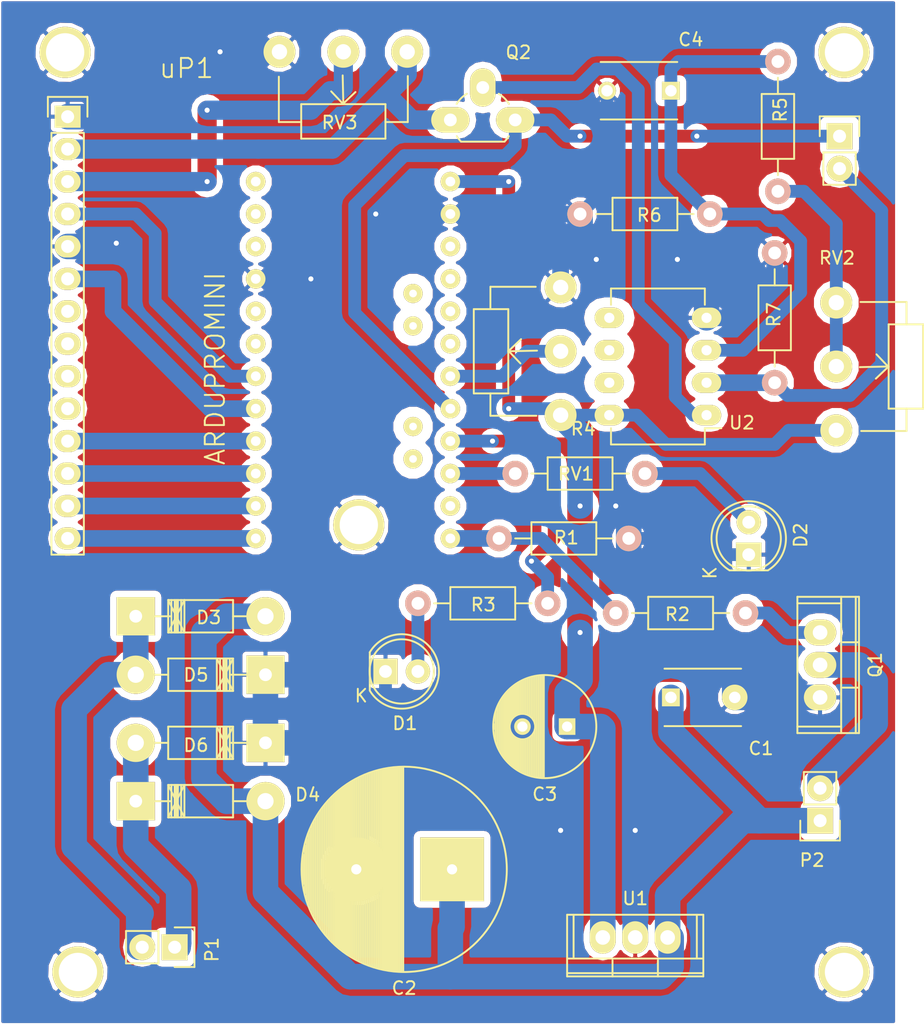
<source format=kicad_pcb>
(kicad_pcb (version 4) (host pcbnew 4.0.2+dfsg1-stable)
  (layers (0 F.Cu signal) (31 B.Cu signal) (34 B.Paste user) (35 F.Paste user) (36 B.SilkS user) (37 F.SilkS user) (38 B.Mask user) (39 F.Mask user) (44 Edge.Cuts user))
  (net 0 "")
  (net 1 /24V)
  (net 2 GND)
  (net 3 VCC)
  (net 4 "Net-(C4-Pad1)")
  (net 5 "Net-(D1-Pad2)")
  (net 6 "Net-(D2-Pad2)")
  (net 7 "Net-(D3-Pad1)")
  (net 8 "Net-(D4-Pad1)")
  (net 9 "Net-(P2-Pad2)")
  (net 10 /AD0)
  (net 11 "Net-(P3-Pad2)")
  (net 12 /VO)
  (net 13 /RS)
  (net 14 /E)
  (net 15 "Net-(P4-Pad7)")
  (net 16 "Net-(P4-Pad8)")
  (net 17 "Net-(P4-Pad9)")
  (net 18 "Net-(P4-Pad10)")
  (net 19 /D4)
  (net 20 /D5)
  (net 21 /D6)
  (net 22 /D7)
  (net 23 "Net-(Q1-Pad1)")
  (net 24 "Net-(Q2-Pad2)")
  (net 25 /PWM)
  (net 26 /LED_1)
  (net 27 /LED_2)
  (net 28 "Net-(R5-Pad1)")
  (net 29 /AD1)
  (net 30 "Net-(uP1-Pad7)")
  (net 31 "Net-(uP1-Pad8)")
  (net 32 "Net-(uP1-Pad9)")
  (net 33 "Net-(uP1-Pad11)")
  (net 34 "Net-(uP1-Pad12)")
  (net 35 "Net-(uP1-Pad21)")
  (net 36 "Net-(uP1-Pad22)")
  (net 37 "Net-(uP1-Pad23)")
  (net 38 "Net-(uP1-Pad24)")
  (net 39 "Net-(uP1-Pad29)")
  (module Wire_Pads:SolderWirePad_single_2mmDrill (layer F.Cu) (at 83 66)
    (fp_text reference " " (at 1 -3) (layer F.SilkS))
    (fp_text value "#")
    (pad " " thru_hole circle (at 0 0) (size 4 4) (drill 3) (layers *.Cu *.Adhes *.Mask F.SilkS) (net 2 GND))
  )
  (module Wire_Pads:SolderWirePad_single_2mmDrill (layer F.Cu) (at 61 101)
    (fp_text reference " " (at 1 -3) (layer F.SilkS))
    (fp_text value "#")
    (pad " " thru_hole circle (at 0 0) (size 4 4) (drill 3) (layers *.Cu *.Adhes *.Mask F.SilkS) (net 2 GND))
  )
  (module Wire_Pads:SolderWirePad_single_2mmDrill (layer F.Cu) (at 121 101)
    (fp_text reference " " (at 1 -3) (layer F.SilkS))
    (fp_text value "#")
    (pad " " thru_hole circle (at 0 0) (size 4 4) (drill 3) (layers *.Cu *.Adhes *.Mask F.SilkS) (net 2 GND))
  )
  (module Wire_Pads:SolderWirePad_single_2mmDrill (layer F.Cu) (at 121 29)
    (fp_text reference " " (at 1 -3) (layer F.SilkS))
    (fp_text value "#")
    (pad " " thru_hole circle (at 0 0) (size 4 4) (drill 3) (layers *.Cu *.Adhes *.Mask F.SilkS) (net 2 GND))
  )
  (module Potentiometers:Potentiometer_WirePads_largePads (layer F.Cu) (at 86.78926 28.956 270)
    (fp_text reference RV3 (at 5.544 5.28926 360) (layer F.SilkS))
    (fp_text value POT)
    (pad 2 thru_hole circle (at 0 5.00126 270) (size 2.49936 2.49936) (drill 1.19888) (layers *.Cu *.Mask F.SilkS) (net 12 /VO))
    (pad 3 thru_hole circle (at 0 10.00252 270) (size 2.49936 2.49936) (drill 1.19888) (layers *.Cu *.Mask F.SilkS) (net 2 GND))
    (pad 1 thru_hole circle (at 0 0 270) (size 2.49936 2.49936) (drill 1.19888) (layers *.Cu *.Mask F.SilkS) (net 3 VCC))
  )
  (module Potentiometers:Potentiometer_WirePads_largePads (layer F.Cu) (at 98.806 57.404 180)
    (fp_text reference RV1 (at -1.194 -4.596 180) (layer F.SilkS))
    (fp_text value POT)
    (pad 2 thru_hole circle (at 0 5.00126 180) (size 2.49936 2.49936) (drill 1.19888) (layers *.Cu *.Mask F.SilkS) (net 29 /AD1))
    (pad 3 thru_hole circle (at 0 10.00252 180) (size 2.49936 2.49936) (drill 1.19888) (layers *.Cu *.Mask F.SilkS) (net 2 GND))
    (pad 1 thru_hole circle (at 0 0 180) (size 2.49936 2.49936) (drill 1.19888) (layers *.Cu *.Mask F.SilkS) (net 3 VCC))
  )
  (module Capacitors_ThroughHole:C_Disc_D6_P5 (layer F.Cu) (at 107.442 79.502)
    (fp_text reference C1 (at 7.058 3.998) (layer F.SilkS))
    (fp_text value C)
    (pad 1 thru_hole rect (at 0 0) (size 1.4 1.4) (drill 0.9) (layers *.Cu *.Mask F.SilkS) (net 1 /24V))
    (pad 2 thru_hole circle (at 5 0) (size 2 2) (drill 0.9) (layers *.Cu *.Mask F.SilkS) (net 2 GND))
  )
  (module Capacitors_ThroughHole:C_Radial_D16_L25_P7.5 (layer F.Cu) (at 90.304 92.964 180)
    (fp_text reference C2 (at 3.75 -9.3 180) (layer F.SilkS))
    (fp_text value CP)
    (pad 1 thru_hole rect (at 0 0 180) (size 5 5) (drill 0.8) (layers *.Cu *.Mask F.SilkS) (net 1 /24V))
    (pad 2 thru_hole circle (at 7.5 0 180) (size 5 5) (drill 0.8) (layers *.Cu *.Mask F.SilkS) (net 2 GND))
  )
  (module Capacitors_ThroughHole:C_Radial_D8_L11.5_P3.5 (layer F.Cu) (at 99.314 81.788 180)
    (fp_text reference C3 (at 1.75 -5.3 180) (layer F.SilkS))
    (fp_text value CP)
    (pad 2 thru_hole circle (at 3.5 0 180) (size 1.3 1.3) (drill 0.8) (layers *.Cu *.Mask F.SilkS) (net 2 GND))
    (pad 1 thru_hole rect (at 0 0 180) (size 1.3 1.3) (drill 0.8) (layers *.Cu *.Mask F.SilkS) (net 3 VCC))
  )
  (module Capacitors_ThroughHole:C_Disc_D6_P5 (layer F.Cu) (at 107.442 32.004 180)
    (fp_text reference C4 (at -1.558 4.004 180) (layer F.SilkS))
    (fp_text value C)
    (pad 1 thru_hole rect (at 0 0 180) (size 1.4 1.4) (drill 0.9) (layers *.Cu *.Mask F.SilkS) (net 4 "Net-(C4-Pad1)"))
    (pad 2 thru_hole circle (at 5 0 180) (size 1.4 1.4) (drill 0.9) (layers *.Cu *.Mask F.SilkS) (net 2 GND))
  )
  (module LEDs:LED-5MM (layer F.Cu) (at 85.09 77.47)
    (fp_text reference D1 (at 1.524 4.064) (layer F.SilkS))
    (fp_text value LED)
    (fp_text user K (at -1.905 1.905) (layer F.SilkS))
    (pad 1 thru_hole rect (at 0 0 90) (size 2 1.9) (drill 1.00076) (layers *.Cu *.Mask F.SilkS) (net 2 GND))
    (pad 2 thru_hole circle (at 2.54 0) (size 1.9 1.9) (drill 1.00076) (layers *.Cu *.Mask F.SilkS) (net 5 "Net-(D1-Pad2)"))
  )
  (module LEDs:LED-5MM (layer F.Cu) (at 113.538 68.326 90)
    (fp_text reference D2 (at 1.524 4.064 90) (layer F.SilkS))
    (fp_text value LED)
    (fp_text user K (at -1.424 -3.038 90) (layer F.SilkS))
    (pad 1 thru_hole rect (at 0 0 180) (size 2 1.9) (drill 1.00076) (layers *.Cu *.Mask F.SilkS) (net 2 GND))
    (pad 2 thru_hole circle (at 2.54 0 90) (size 1.9 1.9) (drill 1.00076) (layers *.Cu *.Mask F.SilkS) (net 6 "Net-(D2-Pad2)"))
  )
  (module Diodes_ThroughHole:Diode_DO-41_SOD81_Horizontal_RM10 (layer F.Cu) (at 65.532 73.152)
    (fp_text reference D3 (at 5.718 0.098) (layer F.SilkS))
    (fp_text value DIODE)
    (pad 2 thru_hole circle (at 10.16 -0.00254 180) (size 3 3) (drill 1.27) (layers *.Cu *.Mask F.SilkS) (net 1 /24V))
    (pad 1 thru_hole rect (at 0 -0.00254 180) (size 3 3) (drill 1.00076) (layers *.Cu *.Mask F.SilkS) (net 7 "Net-(D3-Pad1)"))
  )
  (module Diodes_ThroughHole:Diode_DO-41_SOD81_Horizontal_RM10 (layer F.Cu) (at 65.532 87.63)
    (fp_text reference D4 (at 13.462 -0.508) (layer F.SilkS))
    (fp_text value DIODE)
    (pad 2 thru_hole circle (at 10.16 -0.00254 180) (size 3 3) (drill 1.27) (layers *.Cu *.Mask F.SilkS) (net 1 /24V))
    (pad 1 thru_hole rect (at 0 -0.00254 180) (size 3 3) (drill 1.00076) (layers *.Cu *.Mask F.SilkS) (net 8 "Net-(D4-Pad1)"))
  )
  (module Diodes_ThroughHole:Diode_DO-41_SOD81_Horizontal_RM10 (layer F.Cu) (at 75.692 77.724 180)
    (fp_text reference D5 (at 5.442 -0.026 180) (layer F.SilkS))
    (fp_text value DIODE)
    (pad 2 thru_hole circle (at 10.16 -0.00254) (size 3 3) (drill 1.27) (layers *.Cu *.Mask F.SilkS) (net 7 "Net-(D3-Pad1)"))
    (pad 1 thru_hole rect (at 0 -0.00254) (size 3 3) (drill 1.00076) (layers *.Cu *.Mask F.SilkS) (net 2 GND))
  )
  (module Diodes_ThroughHole:Diode_DO-41_SOD81_Horizontal_RM10 (layer F.Cu) (at 75.692 83.058 180)
    (fp_text reference D6 (at 5.442 -0.192 180) (layer F.SilkS))
    (fp_text value DIODE)
    (pad 2 thru_hole circle (at 10.16 -0.00254) (size 3 3) (drill 1.27) (layers *.Cu *.Mask F.SilkS) (net 8 "Net-(D4-Pad1)"))
    (pad 1 thru_hole rect (at 0 -0.00254) (size 3 3) (drill 1.00076) (layers *.Cu *.Mask F.SilkS) (net 2 GND))
  )
  (module Pin_Headers:Pin_Header_Straight_1x02 (layer F.Cu) (at 68.58 99.06 270)
    (fp_text reference P1 (at 0.19 -2.92 270) (layer F.SilkS))
    (fp_text value AC_IN)
    (pad 1 thru_hole rect (at 0 0 270) (size 2.032 2.032) (drill 1.016) (layers *.Cu *.Mask F.SilkS) (net 8 "Net-(D4-Pad1)"))
    (pad 2 thru_hole oval (at 0 2.54 270) (size 2.032 2.032) (drill 1.016) (layers *.Cu *.Mask F.SilkS) (net 7 "Net-(D3-Pad1)"))
  )
  (module Pin_Headers:Pin_Header_Straight_1x02 (layer F.Cu) (at 119.126 89.154 180)
    (fp_text reference P2 (at 0.626 -3.096 180) (layer F.SilkS))
    (fp_text value HEATER_OUT)
    (pad 1 thru_hole rect (at 0 0 180) (size 2.032 2.032) (drill 1.016) (layers *.Cu *.Mask F.SilkS) (net 1 /24V))
    (pad 2 thru_hole oval (at 0 2.54 180) (size 2.032 2.032) (drill 1.016) (layers *.Cu *.Mask F.SilkS) (net 9 "Net-(P2-Pad2)"))
  )
  (module Pin_Headers:Pin_Header_Straight_1x02 (layer F.Cu) (at 120.65 35.56)
    (fp_text reference P3 (at 0 -5.1) (layer F.SilkS))
    (fp_text value TEMP_SENSOR)
    (pad 1 thru_hole rect (at 0 0) (size 2.032 2.032) (drill 1.016) (layers *.Cu *.Mask F.SilkS) (net 10 /AD0))
    (pad 2 thru_hole oval (at 0 2.54) (size 2.032 2.032) (drill 1.016) (layers *.Cu *.Mask F.SilkS) (net 11 "Net-(P3-Pad2)"))
  )
  (module Pin_Headers:Pin_Header_Straight_1x14 (layer F.Cu) (at 60.198 34.036)
    (fp_text reference P4 (at 0 -5.1) (layer F.SilkS))
    (fp_text value CONN_01X14)
    (pad 1 thru_hole rect (at 0 0) (size 2.032 1.7272) (drill 1.016) (layers *.Cu *.Mask F.SilkS) (net 2 GND))
    (pad 2 thru_hole oval (at 0 2.54) (size 2.032 1.7272) (drill 1.016) (layers *.Cu *.Mask F.SilkS) (net 3 VCC))
    (pad 3 thru_hole oval (at 0 5.08) (size 2.032 1.7272) (drill 1.016) (layers *.Cu *.Mask F.SilkS) (net 12 /VO))
    (pad 4 thru_hole oval (at 0 7.62) (size 2.032 1.7272) (drill 1.016) (layers *.Cu *.Mask F.SilkS) (net 13 /RS))
    (pad 5 thru_hole oval (at 0 10.16) (size 2.032 1.7272) (drill 1.016) (layers *.Cu *.Mask F.SilkS) (net 2 GND))
    (pad 6 thru_hole oval (at 0 12.7) (size 2.032 1.7272) (drill 1.016) (layers *.Cu *.Mask F.SilkS) (net 14 /E))
    (pad 7 thru_hole oval (at 0 15.24) (size 2.032 1.7272) (drill 1.016) (layers *.Cu *.Mask F.SilkS) (net 15 "Net-(P4-Pad7)"))
    (pad 8 thru_hole oval (at 0 17.78) (size 2.032 1.7272) (drill 1.016) (layers *.Cu *.Mask F.SilkS) (net 16 "Net-(P4-Pad8)"))
    (pad 9 thru_hole oval (at 0 20.32) (size 2.032 1.7272) (drill 1.016) (layers *.Cu *.Mask F.SilkS) (net 17 "Net-(P4-Pad9)"))
    (pad 10 thru_hole oval (at 0 22.86) (size 2.032 1.7272) (drill 1.016) (layers *.Cu *.Mask F.SilkS) (net 18 "Net-(P4-Pad10)"))
    (pad 11 thru_hole oval (at 0 25.4) (size 2.032 1.7272) (drill 1.016) (layers *.Cu *.Mask F.SilkS) (net 19 /D4))
    (pad 12 thru_hole oval (at 0 27.94) (size 2.032 1.7272) (drill 1.016) (layers *.Cu *.Mask F.SilkS) (net 20 /D5))
    (pad 13 thru_hole oval (at 0 30.48) (size 2.032 1.7272) (drill 1.016) (layers *.Cu *.Mask F.SilkS) (net 21 /D6))
    (pad 14 thru_hole oval (at 0 33.02) (size 2.032 1.7272) (drill 1.016) (layers *.Cu *.Mask F.SilkS) (net 22 /D7))
  )
  (module Power_Integrations:TO-220 (layer F.Cu) (at 119.126 76.962 270)
    (fp_text reference Q1 (at 0 -4.318 270) (layer F.SilkS))
    (fp_text value IRF540N)
    (pad 2 thru_hole oval (at 0 0 270) (size 2.032 2.54) (drill 1.143) (layers *.Cu *.Mask F.SilkS) (net 9 "Net-(P2-Pad2)"))
    (pad 3 thru_hole oval (at 2.54 0 270) (size 2.032 2.54) (drill 1.143) (layers *.Cu *.Mask F.SilkS) (net 2 GND))
    (pad 1 thru_hole oval (at -2.54 0 270) (size 2.032 2.54) (drill 1.143) (layers *.Cu *.Mask F.SilkS) (net 23 "Net-(Q1-Pad1)"))
  )
  (module TO_SOT_Packages_THT:TO-92_Rugged (layer F.Cu) (at 90.17 34.29)
    (fp_text reference Q2 (at 5.33 -5.29) (layer F.SilkS))
    (fp_text value BC547)
    (pad 2 thru_hole oval (at 2.54 -2.54 90) (size 2.99974 1.99898) (drill 1) (layers *.Cu *.Mask F.SilkS) (net 24 "Net-(Q2-Pad2)"))
    (pad 1 thru_hole oval (at 0 0 90) (size 1.99898 2.99974) (drill 1) (layers *.Cu *.Mask F.SilkS) (net 3 VCC))
    (pad 3 thru_hole oval (at 5.08 0 90) (size 1.99898 2.99974) (drill 1) (layers *.Cu *.Mask F.SilkS) (net 10 /AD0))
  )
  (module Resistors_ThroughHole:Resistor_Horizontal_RM10mm (layer F.Cu) (at 93.98 67.056)
    (fp_text reference R1 (at 5.27 -0.056) (layer F.SilkS))
    (fp_text value R)
    (pad 1 thru_hole circle (at 0 0) (size 1.99898 1.99898) (drill 1.00076) (layers *.Cu *.SilkS *.Mask) (net 25 /PWM))
    (pad 2 thru_hole circle (at 10.16 0) (size 1.99898 1.99898) (drill 1.00076) (layers *.Cu *.SilkS *.Mask) (net 2 GND))
  )
  (module Resistors_ThroughHole:Resistor_Horizontal_RM10mm (layer F.Cu) (at 113.284 72.898 180)
    (fp_text reference R2 (at 5.32892 -0.102 180) (layer F.SilkS))
    (fp_text value R)
    (pad 1 thru_hole circle (at 0 0 180) (size 1.99898 1.99898) (drill 1.00076) (layers *.Cu *.SilkS *.Mask) (net 23 "Net-(Q1-Pad1)"))
    (pad 2 thru_hole circle (at 10.16 0 180) (size 1.99898 1.99898) (drill 1.00076) (layers *.Cu *.SilkS *.Mask) (net 25 /PWM))
  )
  (module Resistors_ThroughHole:Resistor_Horizontal_RM10mm (layer F.Cu) (at 97.79 72.136 180)
    (fp_text reference R3 (at 5.04 -0.114 180) (layer F.SilkS))
    (fp_text value R)
    (pad 1 thru_hole circle (at 0 0 180) (size 1.99898 1.99898) (drill 1.00076) (layers *.Cu *.SilkS *.Mask) (net 26 /LED_1))
    (pad 2 thru_hole circle (at 10.16 0 180) (size 1.99898 1.99898) (drill 1.00076) (layers *.Cu *.SilkS *.Mask) (net 5 "Net-(D1-Pad2)"))
  )
  (module Resistors_ThroughHole:Resistor_Horizontal_RM10mm (layer F.Cu) (at 95.25 61.976)
    (fp_text reference R4 (at 5.32892 -3.50012) (layer F.SilkS))
    (fp_text value R)
    (pad 1 thru_hole circle (at 0 0) (size 1.99898 1.99898) (drill 1.00076) (layers *.Cu *.SilkS *.Mask) (net 27 /LED_2))
    (pad 2 thru_hole circle (at 10.16 0) (size 1.99898 1.99898) (drill 1.00076) (layers *.Cu *.SilkS *.Mask) (net 6 "Net-(D2-Pad2)"))
  )
  (module Resistors_ThroughHole:Resistor_Horizontal_RM10mm (layer F.Cu) (at 115.824 39.878 90)
    (fp_text reference R5 (at 6.378 0.176 90) (layer F.SilkS))
    (fp_text value R)
    (pad 1 thru_hole circle (at 0 0 90) (size 1.99898 1.99898) (drill 1.00076) (layers *.Cu *.SilkS *.Mask) (net 28 "Net-(R5-Pad1)"))
    (pad 2 thru_hole circle (at 10.16 0 90) (size 1.99898 1.99898) (drill 1.00076) (layers *.Cu *.SilkS *.Mask) (net 4 "Net-(C4-Pad1)"))
  )
  (module Resistors_ThroughHole:Resistor_Horizontal_RM10mm (layer F.Cu) (at 110.49 41.656 180)
    (fp_text reference R6 (at 4.74 -0.094 180) (layer F.SilkS))
    (fp_text value R)
    (pad 1 thru_hole circle (at 0 0 180) (size 1.99898 1.99898) (drill 1.00076) (layers *.Cu *.SilkS *.Mask) (net 4 "Net-(C4-Pad1)"))
    (pad 2 thru_hole circle (at 10.16 0 180) (size 1.99898 1.99898) (drill 1.00076) (layers *.Cu *.SilkS *.Mask) (net 2 GND))
  )
  (module Resistors_ThroughHole:Resistor_Horizontal_RM10mm (layer F.Cu) (at 115.57 54.864 90)
    (fp_text reference R7 (at 5.32892 -0.07 90) (layer F.SilkS))
    (fp_text value 47)
    (pad 1 thru_hole circle (at 0 0 90) (size 1.99898 1.99898) (drill 1.00076) (layers *.Cu *.SilkS *.Mask) (net 11 "Net-(P3-Pad2)"))
    (pad 2 thru_hole circle (at 10.16 0 90) (size 1.99898 1.99898) (drill 1.00076) (layers *.Cu *.SilkS *.Mask) (net 2 GND))
  )
  (module Potentiometers:Potentiometer_WirePads_largePads (layer F.Cu) (at 120.396 48.59274)
    (fp_text reference RV2 (at 0.0508 -3.49758) (layer F.SilkS))
    (fp_text value POT)
    (pad 2 thru_hole circle (at 0 5.00126) (size 2.49936 2.49936) (drill 1.19888) (layers *.Cu *.Mask F.SilkS) (net 28 "Net-(R5-Pad1)"))
    (pad 3 thru_hole circle (at 0 10.00252) (size 2.49936 2.49936) (drill 1.19888) (layers *.Cu *.Mask F.SilkS) (net 3 VCC))
    (pad 1 thru_hole circle (at 0 0) (size 2.49936 2.49936) (drill 1.19888) (layers *.Cu *.Mask F.SilkS) (net 28 "Net-(R5-Pad1)"))
  )
  (module Power_Integrations:TO-220 (layer F.Cu) (at 104.648 98.298 180)
    (fp_text reference U1 (at 0 3.048 180) (layer F.SilkS))
    (fp_text value LM7805CT)
    (pad 2 thru_hole oval (at 0 0 180) (size 2.032 2.54) (drill 1.143) (layers *.Cu *.Mask F.SilkS) (net 2 GND))
    (pad 3 thru_hole oval (at 2.54 0 180) (size 2.032 2.54) (drill 1.143) (layers *.Cu *.Mask F.SilkS) (net 3 VCC))
    (pad 1 thru_hole oval (at -2.54 0 180) (size 2.032 2.54) (drill 1.143) (layers *.Cu *.Mask F.SilkS) (net 1 /24V))
  )
  (module Housings_DIP:DIP-8_W7.62mm_LongPads (layer F.Cu) (at 110.236 57.404 180)
    (fp_text reference U2 (at -2.764 -0.596 180) (layer F.SilkS))
    (fp_text value LM358N)
    (pad 1 thru_hole oval (at 0 0 180) (size 2.3 1.6) (drill 0.8) (layers *.Cu *.Mask F.SilkS) (net 24 "Net-(Q2-Pad2)"))
    (pad 2 thru_hole oval (at 0 2.54 180) (size 2.3 1.6) (drill 0.8) (layers *.Cu *.Mask F.SilkS) (net 11 "Net-(P3-Pad2)"))
    (pad 3 thru_hole oval (at 0 5.08 180) (size 2.3 1.6) (drill 0.8) (layers *.Cu *.Mask F.SilkS) (net 4 "Net-(C4-Pad1)"))
    (pad 4 thru_hole oval (at 0 7.62 180) (size 2.3 1.6) (drill 0.8) (layers *.Cu *.Mask F.SilkS) (net 2 GND))
    (pad 5 thru_hole oval (at 7.62 7.62 180) (size 2.3 1.6) (drill 0.8) (layers *.Cu *.Mask F.SilkS))
    (pad 6 thru_hole oval (at 7.62 5.08 180) (size 2.3 1.6) (drill 0.8) (layers *.Cu *.Mask F.SilkS))
    (pad 7 thru_hole oval (at 7.62 2.54 180) (size 2.3 1.6) (drill 0.8) (layers *.Cu *.Mask F.SilkS))
    (pad 8 thru_hole oval (at 7.62 0 180) (size 2.3 1.6) (drill 0.8) (layers *.Cu *.Mask F.SilkS) (net 3 VCC))
  )
  (module ArduProMiniTKB:ArduProMini-6 (layer F.Cu) (at 72.39 32.766)
    (fp_text reference uP1 (at -2.89 -2.516) (layer F.SilkS) (effects (font (size 1.5 1.5))))
    (fp_text value ARDUPROMINI (at -0.64 20.984 90) (layer F.SilkS) (effects (font (size 1.5 1.5))))
    (pad 7 thru_hole circle (at 2.54 6.35) (size 1.524 1.524) (drill 0.762) (layers *.Cu *.Mask F.SilkS) (net 30 "Net-(uP1-Pad7)"))
    (pad 8 thru_hole circle (at 2.54 8.89) (size 1.524 1.524) (drill 0.762) (layers *.Cu *.Mask F.SilkS) (net 31 "Net-(uP1-Pad8)"))
    (pad 9 thru_hole circle (at 2.54 11.43) (size 1.524 1.524) (drill 0.762) (layers *.Cu *.Mask F.SilkS) (net 32 "Net-(uP1-Pad9)"))
    (pad 10 thru_hole circle (at 2.54 13.97) (size 1.524 1.524) (drill 0.762) (layers *.Cu *.Mask F.SilkS) (net 2 GND))
    (pad 11 thru_hole circle (at 2.54 16.51) (size 1.524 1.524) (drill 0.762) (layers *.Cu *.Mask F.SilkS) (net 33 "Net-(uP1-Pad11)"))
    (pad 12 thru_hole circle (at 2.54 19.05) (size 1.524 1.524) (drill 0.762) (layers *.Cu *.Mask F.SilkS) (net 34 "Net-(uP1-Pad12)"))
    (pad 13 thru_hole circle (at 2.54 21.59) (size 1.524 1.524) (drill 0.762) (layers *.Cu *.Mask F.SilkS) (net 13 /RS))
    (pad 14 thru_hole circle (at 2.54 24.13) (size 1.524 1.524) (drill 0.762) (layers *.Cu *.Mask F.SilkS) (net 14 /E))
    (pad 15 thru_hole circle (at 2.54 26.67) (size 1.524 1.524) (drill 0.762) (layers *.Cu *.Mask F.SilkS) (net 19 /D4))
    (pad 16 thru_hole circle (at 2.54 29.21) (size 1.524 1.524) (drill 0.762) (layers *.Cu *.Mask F.SilkS) (net 20 /D5))
    (pad 17 thru_hole circle (at 2.54 31.75) (size 1.524 1.524) (drill 0.762) (layers *.Cu *.Mask F.SilkS) (net 21 /D6))
    (pad 18 thru_hole circle (at 2.54 34.29) (size 1.524 1.524) (drill 0.762) (layers *.Cu *.Mask F.SilkS) (net 22 /D7))
    (pad 19 thru_hole circle (at 17.78 6.35) (size 1.524 1.524) (drill 0.762) (layers *.Cu *.Mask F.SilkS) (net 3 VCC))
    (pad 20 thru_hole circle (at 17.78 8.89) (size 1.524 1.524) (drill 0.762) (layers *.Cu *.Mask F.SilkS) (net 2 GND))
    (pad 21 thru_hole circle (at 17.78 11.43) (size 1.524 1.524) (drill 0.762) (layers *.Cu *.Mask F.SilkS) (net 35 "Net-(uP1-Pad21)"))
    (pad 22 thru_hole circle (at 17.78 13.97) (size 1.524 1.524) (drill 0.762) (layers *.Cu *.Mask F.SilkS) (net 36 "Net-(uP1-Pad22)"))
    (pad 23 thru_hole circle (at 17.78 16.51) (size 1.524 1.524) (drill 0.762) (layers *.Cu *.Mask F.SilkS) (net 37 "Net-(uP1-Pad23)"))
    (pad 24 thru_hole circle (at 17.78 19.05) (size 1.524 1.524) (drill 0.762) (layers *.Cu *.Mask F.SilkS) (net 38 "Net-(uP1-Pad24)"))
    (pad 25 thru_hole circle (at 17.78 21.59) (size 1.524 1.524) (drill 0.762) (layers *.Cu *.Mask F.SilkS) (net 29 /AD1))
    (pad 26 thru_hole circle (at 17.78 24.13) (size 1.524 1.524) (drill 0.762) (layers *.Cu *.Mask F.SilkS) (net 10 /AD0))
    (pad 27 thru_hole circle (at 17.78 26.67) (size 1.524 1.524) (drill 0.762) (layers *.Cu *.Mask F.SilkS) (net 26 /LED_1))
    (pad 28 thru_hole circle (at 17.78 29.21) (size 1.524 1.524) (drill 0.762) (layers *.Cu *.Mask F.SilkS) (net 27 /LED_2))
    (pad 29 thru_hole circle (at 17.78 31.75) (size 1.524 1.524) (drill 0.762) (layers *.Cu *.Mask F.SilkS) (net 39 "Net-(uP1-Pad29)"))
    (pad 30 thru_hole circle (at 17.78 34.29) (size 1.524 1.524) (drill 0.762) (layers *.Cu *.Mask F.SilkS) (net 25 /PWM))
    (pad 31 thru_hole circle (at 14.859 15.113) (size 1.5 1.5) (drill 0.6) (layers *.Cu *.Mask F.SilkS))
    (pad 32 thru_hole circle (at 14.859 17.653) (size 1.5 1.5) (drill 0.6) (layers *.Cu *.Mask F.SilkS))
    (pad 34 thru_hole circle (at 14.859 25.527) (size 1.5 1.5) (drill 0.6) (layers *.Cu *.Mask F.SilkS))
    (pad 35 thru_hole circle (at 14.859 28.067) (size 1.5 1.5) (drill 0.6) (layers *.Cu *.Mask F.SilkS))
  )
  (module Wire_Pads:SolderWirePad_single_2mmDrill (layer F.Cu) (at 60 29)
    (fp_text reference " " (at 4.75 -2.25) (layer F.SilkS))
    (fp_text value "#")
    (pad " " thru_hole circle (at 0 0) (size 4 4) (drill 3) (layers *.Cu *.Adhes *.Mask F.SilkS) (net 2 GND))
  )
  (segment (start 107.188 98.298) (end 107.188 95.028) (width 2) (layer B.Cu) (net 1))
  (segment (start 107.188 95.028) (end 113.062 89.154) (width 2) (layer B.Cu) (net 1))
  (segment (start 113.062 89.154) (end 114.394 89.154) (width 2) (layer B.Cu) (net 1))
  (segment (start 114.394 89.154) (end 119.126 89.154) (width 2) (layer B.Cu) (net 1))
  (segment (start 107.442 79.502) (end 107.442 82.202) (width 2) (layer B.Cu) (net 1))
  (segment (start 107.442 82.202) (end 114.394 89.154) (width 2) (layer B.Cu) (net 1))
  (segment (start 82.31801 101.36801) (end 90.17 101.36801) (width 2) (layer B.Cu) (net 1))
  (segment (start 90.17 101.36801) (end 106.65799 101.36801) (width 2) (layer B.Cu) (net 1))
  (segment (start 90.304 92.964) (end 90.304 97.464) (width 2) (layer B.Cu) (net 1))
  (segment (start 90.17 97.598) (end 90.17 101.36801) (width 2) (layer B.Cu) (net 1))
  (segment (start 90.304 97.464) (end 90.17 97.598) (width 2) (layer B.Cu) (net 1))
  (segment (start 75.692 87.62746) (end 75.692 94.742) (width 2) (layer B.Cu) (net 1))
  (segment (start 75.692 94.742) (end 82.31801 101.36801) (width 2) (layer B.Cu) (net 1))
  (segment (start 106.65799 101.36801) (end 107.46401 100.56199) (width 2) (layer B.Cu) (net 1))
  (segment (start 107.46401 99.718429) (end 107.46401 98.298) (width 2) (layer B.Cu) (net 1))
  (segment (start 107.46401 100.56199) (end 107.46401 99.718429) (width 2) (layer B.Cu) (net 1))
  (segment (start 75.692 73.14946) (end 72.64654 73.14946) (width 2) (layer B.Cu) (net 1))
  (segment (start 72.64146 87.62746) (end 75.692 87.62746) (width 2) (layer B.Cu) (net 1))
  (segment (start 71.12 86.106) (end 72.64146 87.62746) (width 2) (layer B.Cu) (net 1))
  (segment (start 70.866 74.422) (end 70.866 85.852) (width 2) (layer B.Cu) (net 1))
  (segment (start 72.64654 73.14946) (end 71.12 74.676) (width 2) (layer B.Cu) (net 1))
  (segment (start 60.198 44.196) (end 63.754 44.196) (width 2) (layer B.Cu) (net 2))
  (segment (start 70.358 28.956) (end 72.136 28.956) (width 2) (layer F.Cu) (net 2))
  (segment (start 68.326 30.988) (end 70.358 28.956) (width 2) (layer F.Cu) (net 2))
  (segment (start 68.326 39.624) (end 68.326 30.988) (width 2) (layer F.Cu) (net 2))
  (segment (start 64.008 43.942) (end 68.326 39.624) (width 2) (layer F.Cu) (net 2))
  (via (at 64.008 43.942) (size 0.6) (drill 0.4) (layers F.Cu B.Cu) (net 2))
  (segment (start 63.754 44.196) (end 64.008 43.942) (width 2) (layer B.Cu) (net 2))
  (segment (start 79.248 46.736) (end 81.788 44.196) (width 1) (layer F.Cu) (net 2))
  (segment (start 80.01 42.418) (end 81.788 44.196) (width 1) (layer F.Cu) (net 2))
  (segment (start 81.788 44.196) (end 84.328 41.656) (width 1) (layer F.Cu) (net 2))
  (segment (start 80.01 41.656) (end 80.01 42.418) (width 1) (layer F.Cu) (net 2))
  (segment (start 80.01 37.254264) (end 80.01 41.656) (width 2) (layer F.Cu) (net 2))
  (segment (start 72.136 28.956) (end 72.136 29.380264) (width 2) (layer F.Cu) (net 2))
  (segment (start 72.136 29.380264) (end 80.01 37.254264) (width 2) (layer F.Cu) (net 2))
  (segment (start 65.278 34.036) (end 60.198 34.036) (width 2) (layer B.Cu) (net 2))
  (segment (start 72.136 28.956) (end 70.358 28.956) (width 2) (layer B.Cu) (net 2))
  (segment (start 70.358 28.956) (end 65.278 34.036) (width 2) (layer B.Cu) (net 2))
  (segment (start 76.78674 28.956) (end 72.136 28.956) (width 2) (layer B.Cu) (net 2))
  (via (at 72.136 28.956) (size 0.6) (drill 0.4) (layers F.Cu B.Cu) (net 2))
  (segment (start 110.236 48.006) (end 110.236 47.498) (width 1) (layer B.Cu) (net 2))
  (segment (start 110.236 48.006) (end 110.236 49.784) (width 2) (layer B.Cu) (net 2))
  (segment (start 107.95 45.212) (end 110.236 47.498) (width 2) (layer B.Cu) (net 2))
  (segment (start 100.33 41.656) (end 100.33 43.942) (width 2) (layer B.Cu) (net 2))
  (segment (start 100.33 43.942) (end 101.6 45.212) (width 2) (layer B.Cu) (net 2))
  (segment (start 107.95 45.212) (end 101.6 45.212) (width 2) (layer F.Cu) (net 2))
  (segment (start 107.95 45.212) (end 105.664 45.212) (width 1) (layer F.Cu) (net 2))
  (segment (start 105.664 45.212) (end 101.6 45.212) (width 1) (layer F.Cu) (net 2))
  (segment (start 103.124 64.516) (end 103.124 63.389248) (width 2) (layer F.Cu) (net 2))
  (segment (start 103.124 63.389248) (end 102.910509 63.175757) (width 2) (layer F.Cu) (net 2))
  (segment (start 102.910509 63.175757) (end 102.910509 60.712196) (width 2) (layer F.Cu) (net 2))
  (segment (start 102.910509 60.712196) (end 105.664 57.958705) (width 2) (layer F.Cu) (net 2))
  (segment (start 105.664 57.958705) (end 105.664 45.212) (width 2) (layer F.Cu) (net 2))
  (segment (start 104.14 67.056) (end 104.14 65.532) (width 2) (layer B.Cu) (net 2))
  (segment (start 104.14 65.532) (end 103.124 64.516) (width 2) (layer B.Cu) (net 2))
  (via (at 103.124 64.516) (size 0.6) (drill 0.4) (layers F.Cu B.Cu) (net 2))
  (via (at 101.6 45.212) (size 0.6) (drill 0.4) (layers F.Cu B.Cu) (net 2))
  (via (at 107.95 45.212) (size 0.6) (drill 0.4) (layers F.Cu B.Cu) (net 2))
  (segment (start 102.442 32.004) (end 102.442 39.544) (width 1) (layer B.Cu) (net 2))
  (segment (start 102.442 39.544) (end 100.33 41.656) (width 1) (layer B.Cu) (net 2))
  (segment (start 107.806508 72.136) (end 107.806508 75.327492) (width 2) (layer B.Cu) (net 2))
  (segment (start 107.806508 75.327492) (end 106.934 76.2) (width 2) (layer B.Cu) (net 2))
  (segment (start 104.14 67.056) (end 104.14 68.469492) (width 2) (layer B.Cu) (net 2))
  (segment (start 104.14 68.469492) (end 107.806508 72.136) (width 2) (layer B.Cu) (net 2))
  (segment (start 104.648 89.916) (end 104.648 78.486) (width 2) (layer B.Cu) (net 2))
  (segment (start 104.648 78.486) (end 106.934 76.2) (width 2) (layer B.Cu) (net 2))
  (segment (start 106.934 76.2) (end 111.252 76.2) (width 2) (layer B.Cu) (net 2))
  (segment (start 111.252 76.2) (end 112.442 77.39) (width 2) (layer B.Cu) (net 2))
  (segment (start 112.442 77.39) (end 112.442 79.502) (width 2) (layer B.Cu) (net 2))
  (segment (start 104.648 89.916) (end 104.648 98.298) (width 2) (layer B.Cu) (net 2))
  (via (at 104.648 89.916) (size 0.6) (drill 0.4) (layers F.Cu B.Cu) (net 2))
  (segment (start 98.806 89.916) (end 104.648 89.916) (width 2) (layer F.Cu) (net 2))
  (segment (start 95.814 81.788) (end 95.814 86.924) (width 2) (layer B.Cu) (net 2))
  (segment (start 95.814 86.924) (end 98.806 89.916) (width 2) (layer B.Cu) (net 2))
  (via (at 98.806 89.916) (size 0.6) (drill 0.4) (layers F.Cu B.Cu) (net 2))
  (segment (start 95.814 81.788) (end 87.408 81.788) (width 1) (layer B.Cu) (net 2))
  (segment (start 87.408 81.788) (end 85.09 79.47) (width 1) (layer B.Cu) (net 2))
  (segment (start 85.09 79.47) (end 85.09 77.47) (width 1) (layer B.Cu) (net 2))
  (segment (start 75.692 77.72654) (end 79.192 77.72654) (width 2) (layer B.Cu) (net 2))
  (segment (start 79.192 77.72654) (end 79.44854 77.47) (width 2) (layer B.Cu) (net 2))
  (segment (start 79.44854 77.47) (end 84.879999 77.47) (width 2) (layer B.Cu) (net 2))
  (segment (start 82.804 92.964) (end 82.804 89.428467) (width 2) (layer B.Cu) (net 2))
  (segment (start 82.804 89.428467) (end 80.518 87.142467) (width 2) (layer B.Cu) (net 2))
  (segment (start 80.518 87.142467) (end 80.518 84.38654) (width 2) (layer B.Cu) (net 2))
  (segment (start 80.518 84.38654) (end 79.192 83.06054) (width 2) (layer B.Cu) (net 2))
  (segment (start 79.192 83.06054) (end 75.692 83.06054) (width 2) (layer B.Cu) (net 2))
  (via (at 79.248 46.736) (size 0.6) (drill 0.4) (layers F.Cu B.Cu) (net 2))
  (via (at 84.328 41.656) (size 0.6) (drill 0.4) (layers F.Cu B.Cu) (net 2))
  (segment (start 90.17 41.656) (end 97.282 41.656) (width 1.3) (layer B.Cu) (net 2))
  (segment (start 97.282 41.656) (end 100.33 41.656) (width 1.3) (layer B.Cu) (net 2))
  (segment (start 98.806 47.40148) (end 98.806 45.634166) (width 1.3) (layer B.Cu) (net 2))
  (segment (start 97.282 44.110166) (end 97.282 41.656) (width 1.3) (layer B.Cu) (net 2))
  (segment (start 98.806 45.634166) (end 97.282 44.110166) (width 1.3) (layer B.Cu) (net 2))
  (segment (start 84.328 41.656) (end 90.17 41.656) (width 1.3) (layer B.Cu) (net 2))
  (segment (start 74.93 46.736) (end 79.248 46.736) (width 1.3) (layer B.Cu) (net 2))
  (segment (start 115.57 47.498) (end 115.57 44.704) (width 1.3) (layer B.Cu) (net 2))
  (segment (start 113.284 49.784) (end 115.57 47.498) (width 1.3) (layer B.Cu) (net 2))
  (segment (start 110.236 49.784) (end 113.284 49.784) (width 1.3) (layer B.Cu) (net 2))
  (segment (start 107.696 67.056) (end 104.14 67.056) (width 1) (layer B.Cu) (net 2))
  (segment (start 108.966 68.326) (end 107.696 67.056) (width 1) (layer B.Cu) (net 2))
  (segment (start 113.538 68.326) (end 108.966 68.326) (width 1) (layer B.Cu) (net 2))
  (segment (start 112.442 79.502) (end 119.126 79.502) (width 2) (layer B.Cu) (net 2))
  (segment (start 75.692 77.72654) (end 75.692 83.06054) (width 2) (layer B.Cu) (net 2))
  (segment (start 100.33 64.516) (end 100.33 58.928) (width 2) (layer B.Cu) (net 3))
  (segment (start 100.33 58.928) (end 98.806 57.404) (width 2) (layer B.Cu) (net 3))
  (via (at 100.33 64.516) (size 0.6) (drill 0.4) (layers F.Cu B.Cu) (net 3))
  (segment (start 100.33 74.422) (end 100.33 64.516) (width 2) (layer F.Cu) (net 3))
  (segment (start 100.33 78.122) (end 100.33 74.422) (width 2) (layer B.Cu) (net 3))
  (via (at 100.33 74.422) (size 0.6) (drill 0.4) (layers F.Cu B.Cu) (net 3))
  (segment (start 99.314 81.788) (end 99.314 79.138) (width 2) (layer B.Cu) (net 3))
  (segment (start 99.314 79.138) (end 100.33 78.122) (width 2) (layer B.Cu) (net 3))
  (segment (start 94.742 56.896) (end 98.298 56.896) (width 1) (layer B.Cu) (net 3))
  (segment (start 98.298 56.896) (end 98.806 57.404) (width 1) (layer B.Cu) (net 3))
  (via (at 94.742 56.896) (size 0.6) (drill 0.4) (layers F.Cu B.Cu) (net 3))
  (segment (start 94.742 45.212) (end 94.742 56.896) (width 1) (layer F.Cu) (net 3))
  (segment (start 94.742 39.116) (end 94.742 45.212) (width 1) (layer F.Cu) (net 3))
  (segment (start 91.24763 39.116) (end 93.472 39.116) (width 1) (layer B.Cu) (net 3))
  (segment (start 93.472 39.116) (end 94.742 39.116) (width 1) (layer B.Cu) (net 3))
  (via (at 94.742 39.116) (size 0.6) (drill 0.4) (layers F.Cu B.Cu) (net 3))
  (segment (start 90.17 39.116) (end 91.24763 39.116) (width 1) (layer B.Cu) (net 3))
  (segment (start 115.57 59.69) (end 116.66474 58.59526) (width 1) (layer B.Cu) (net 3))
  (segment (start 116.66474 58.59526) (end 120.396 58.59526) (width 1) (layer B.Cu) (net 3))
  (segment (start 107.052 59.69) (end 115.57 59.69) (width 1) (layer B.Cu) (net 3))
  (segment (start 102.616 57.404) (end 104.766 57.404) (width 1) (layer B.Cu) (net 3))
  (segment (start 104.766 57.404) (end 107.052 59.69) (width 1) (layer B.Cu) (net 3))
  (segment (start 102.616 57.404) (end 98.806 57.404) (width 1) (layer B.Cu) (net 3))
  (segment (start 102.108 98.298) (end 102.108 81.932) (width 2) (layer B.Cu) (net 3))
  (segment (start 102.108 81.932) (end 101.964 81.788) (width 2) (layer B.Cu) (net 3))
  (segment (start 101.964 81.788) (end 99.314 81.788) (width 2) (layer B.Cu) (net 3))
  (segment (start 86.78926 30.723314) (end 85.09 32.422574) (width 1.5) (layer B.Cu) (net 3))
  (segment (start 85.09 32.422574) (end 80.936574 36.576) (width 1.5) (layer B.Cu) (net 3))
  (segment (start 90.17 34.29) (end 87.17013 34.29) (width 1.5) (layer B.Cu) (net 3))
  (segment (start 87.17013 34.29) (end 85.302704 32.422574) (width 1.5) (layer B.Cu) (net 3))
  (segment (start 85.302704 32.422574) (end 85.09 32.422574) (width 1.5) (layer B.Cu) (net 3))
  (segment (start 75.12787 36.576) (end 60.198 36.576) (width 1.5) (layer B.Cu) (net 3))
  (segment (start 86.78926 28.956) (end 86.78926 30.723314) (width 1.5) (layer B.Cu) (net 3))
  (segment (start 80.936574 36.576) (end 75.12787 36.576) (width 1.5) (layer B.Cu) (net 3))
  (segment (start 114.642752 41.656) (end 110.49 41.656) (width 1) (layer B.Cu) (net 4))
  (segment (start 115.989248 42.164) (end 115.150752 42.164) (width 1) (layer B.Cu) (net 4))
  (segment (start 115.150752 42.164) (end 114.642752 41.656) (width 1) (layer B.Cu) (net 4))
  (segment (start 117.602 47.799466) (end 117.602 43.776752) (width 1) (layer B.Cu) (net 4))
  (segment (start 117.602 43.776752) (end 115.989248 42.164) (width 1) (layer B.Cu) (net 4))
  (segment (start 110.236 52.324) (end 113.077466 52.324) (width 1) (layer B.Cu) (net 4))
  (segment (start 113.077466 52.324) (end 117.602 47.799466) (width 1) (layer B.Cu) (net 4))
  (segment (start 107.442 32.004) (end 107.442 38.608) (width 1) (layer B.Cu) (net 4))
  (segment (start 107.442 38.608) (end 110.49 41.656) (width 1) (layer B.Cu) (net 4))
  (segment (start 107.442 32.004) (end 107.442 30.304) (width 1) (layer B.Cu) (net 4))
  (segment (start 107.442 30.304) (end 108.028 29.718) (width 1) (layer B.Cu) (net 4))
  (segment (start 108.028 29.718) (end 114.410508 29.718) (width 1) (layer B.Cu) (net 4))
  (segment (start 114.410508 29.718) (end 115.824 29.718) (width 1) (layer B.Cu) (net 4))
  (segment (start 87.63 77.47) (end 87.63 72.136) (width 1) (layer B.Cu) (net 5))
  (segment (start 109.728 61.976) (end 105.41 61.976) (width 1) (layer B.Cu) (net 6))
  (segment (start 113.538 65.786) (end 109.728 61.976) (width 1) (layer B.Cu) (net 6))
  (segment (start 60.706 91.186) (end 65.943999 96.423999) (width 2) (layer B.Cu) (net 7))
  (segment (start 65.943999 96.423999) (end 65.763999 96.603999) (width 2) (layer B.Cu) (net 7))
  (segment (start 65.763999 96.603999) (end 65.763999 99.06) (width 2) (layer B.Cu) (net 7))
  (segment (start 60.706 80.43122) (end 60.706 91.186) (width 2) (layer B.Cu) (net 7))
  (segment (start 65.532 77.72654) (end 63.41068 77.72654) (width 2) (layer B.Cu) (net 7))
  (segment (start 63.41068 77.72654) (end 60.706 80.43122) (width 2) (layer B.Cu) (net 7))
  (segment (start 65.532 73.14946) (end 65.532 77.72654) (width 2) (layer B.Cu) (net 7))
  (segment (start 65.28054 77.978) (end 65.532 77.72654) (width 1) (layer B.Cu) (net 7))
  (segment (start 68.89254 94.488) (end 68.89254 98.74746) (width 2) (layer B.Cu) (net 8))
  (segment (start 68.89254 98.74746) (end 68.856001 98.783999) (width 2) (layer B.Cu) (net 8))
  (segment (start 68.856001 98.783999) (end 68.856001 99.06) (width 2) (layer B.Cu) (net 8))
  (segment (start 65.532 87.62746) (end 65.532 91.12746) (width 2) (layer B.Cu) (net 8))
  (segment (start 65.532 91.12746) (end 68.89254 94.488) (width 2) (layer B.Cu) (net 8))
  (segment (start 65.532 83.06054) (end 65.532 87.62746) (width 2) (layer B.Cu) (net 8))
  (segment (start 65.532 83.06054) (end 65.532 83.058) (width 1) (layer B.Cu) (net 8))
  (segment (start 119.126 86.614) (end 119.126 85.852) (width 2) (layer B.Cu) (net 9))
  (segment (start 119.126 85.852) (end 123.444 81.534) (width 2) (layer B.Cu) (net 9))
  (segment (start 123.444 81.534) (end 123.444 78.232) (width 2) (layer B.Cu) (net 9))
  (segment (start 123.444 78.232) (end 122.174 76.962) (width 2) (layer B.Cu) (net 9))
  (segment (start 122.174 76.962) (end 119.126 76.962) (width 2) (layer B.Cu) (net 9))
  (segment (start 90.17 56.896) (end 82.67799 49.40399) (width 1) (layer B.Cu) (net 10))
  (segment (start 82.67799 49.40399) (end 82.67799 40.972544) (width 1) (layer B.Cu) (net 10))
  (segment (start 86.566534 37.084) (end 94.45549 37.084) (width 1) (layer B.Cu) (net 10))
  (segment (start 95.25 36.28949) (end 95.25 34.29) (width 1) (layer B.Cu) (net 10))
  (segment (start 82.67799 40.972544) (end 86.566534 37.084) (width 1) (layer B.Cu) (net 10))
  (segment (start 94.45549 37.084) (end 95.25 36.28949) (width 1) (layer B.Cu) (net 10))
  (segment (start 99.314 35.56) (end 98.044 34.29) (width 1) (layer B.Cu) (net 10))
  (segment (start 98.044 34.29) (end 95.25 34.29) (width 1) (layer B.Cu) (net 10))
  (segment (start 100.33 35.56) (end 99.314 35.56) (width 1) (layer B.Cu) (net 10))
  (via (at 100.33 35.56) (size 0.6) (drill 0.4) (layers F.Cu B.Cu) (net 10))
  (segment (start 109.474 35.56) (end 100.33 35.56) (width 1) (layer F.Cu) (net 10))
  (segment (start 120.65 35.56) (end 109.474 35.56) (width 1) (layer B.Cu) (net 10))
  (via (at 109.474 35.56) (size 0.6) (drill 0.4) (layers F.Cu B.Cu) (net 10))
  (segment (start 120.65 38.1) (end 123.952 41.402) (width 1) (layer B.Cu) (net 11))
  (segment (start 123.952 41.402) (end 123.952 53.367529) (width 1) (layer B.Cu) (net 11))
  (segment (start 123.952 53.367529) (end 121.45604 55.863489) (width 1) (layer B.Cu) (net 11))
  (segment (start 121.45604 55.863489) (end 116.569489 55.863489) (width 1) (layer B.Cu) (net 11))
  (segment (start 116.569489 55.863489) (end 115.57 54.864) (width 1) (layer B.Cu) (net 11))
  (segment (start 115.57 54.864) (end 110.236 54.864) (width 1.3) (layer B.Cu) (net 11))
  (segment (start 81.534 32.004) (end 81.788 31.75) (width 1.5) (layer B.Cu) (net 12))
  (segment (start 81.788 31.75) (end 81.788 28.956) (width 1.5) (layer B.Cu) (net 12))
  (segment (start 79.248 33.528) (end 80.772 32.004) (width 1.5) (layer B.Cu) (net 12))
  (segment (start 80.772 32.004) (end 81.534 32.004) (width 1.5) (layer B.Cu) (net 12))
  (segment (start 71.12 33.528) (end 79.248 33.528) (width 1.5) (layer B.Cu) (net 12))
  (segment (start 71.12 39.116) (end 71.12 33.528) (width 1.5) (layer F.Cu) (net 12))
  (via (at 71.12 33.528) (size 0.6) (drill 0.4) (layers F.Cu B.Cu) (net 12))
  (segment (start 60.198 39.116) (end 71.12 39.116) (width 1.5) (layer B.Cu) (net 12))
  (via (at 71.12 39.116) (size 0.6) (drill 0.4) (layers F.Cu B.Cu) (net 12))
  (segment (start 65.532 41.656) (end 60.198 41.656) (width 1) (layer B.Cu) (net 13))
  (segment (start 67.056 43.18) (end 65.532 41.656) (width 1) (layer B.Cu) (net 13))
  (segment (start 72.898 54.356) (end 67.056 48.514) (width 1) (layer B.Cu) (net 13))
  (segment (start 67.056 48.514) (end 67.056 43.18) (width 1) (layer B.Cu) (net 13))
  (segment (start 74.93 54.356) (end 72.898 54.356) (width 1) (layer B.Cu) (net 13))
  (segment (start 63.754 49.276) (end 71.374 56.896) (width 1.3) (layer B.Cu) (net 14))
  (segment (start 71.374 56.896) (end 74.93 56.896) (width 1.3) (layer B.Cu) (net 14))
  (segment (start 63.754 46.736) (end 63.754 49.276) (width 1.3) (layer B.Cu) (net 14))
  (segment (start 60.198 46.736) (end 63.754 46.736) (width 1.3) (layer B.Cu) (net 14))
  (segment (start 60.198 59.436) (end 74.93 59.436) (width 1.3) (layer B.Cu) (net 19))
  (segment (start 74.93 61.976) (end 60.198 61.976) (width 1.3) (layer B.Cu) (net 20))
  (segment (start 60.198 64.516) (end 62.514 64.516) (width 1.3) (layer B.Cu) (net 21))
  (segment (start 62.514 64.516) (end 74.93 64.516) (width 1.3) (layer B.Cu) (net 21))
  (segment (start 74.93 67.056) (end 73.85237 67.056) (width 1.3) (layer B.Cu) (net 22))
  (segment (start 73.85237 67.056) (end 60.198 67.056) (width 1.3) (layer B.Cu) (net 22))
  (segment (start 113.284 72.898) (end 115.062 72.898) (width 1) (layer B.Cu) (net 23))
  (segment (start 116.586 74.422) (end 119.126 74.422) (width 1) (layer B.Cu) (net 23))
  (segment (start 115.062 72.898) (end 116.586 74.422) (width 1) (layer B.Cu) (net 23))
  (segment (start 92.71 31.75) (end 100.179998 31.75) (width 1) (layer B.Cu) (net 24))
  (segment (start 100.179998 31.75) (end 101.625999 30.303999) (width 1) (layer B.Cu) (net 24))
  (segment (start 101.625999 30.303999) (end 103.258001 30.303999) (width 1) (layer B.Cu) (net 24))
  (segment (start 103.258001 30.303999) (end 104.88799 31.933988) (width 1) (layer B.Cu) (net 24))
  (segment (start 104.88799 31.933988) (end 104.88799 48.736128) (width 1) (layer B.Cu) (net 24))
  (segment (start 104.88799 48.736128) (end 107.78599 51.634128) (width 1) (layer B.Cu) (net 24))
  (segment (start 109.22 57.404) (end 110.236 57.404) (width 1) (layer B.Cu) (net 24))
  (segment (start 107.78599 51.634128) (end 107.78599 55.96999) (width 1) (layer B.Cu) (net 24))
  (segment (start 107.78599 55.96999) (end 109.22 57.404) (width 1) (layer B.Cu) (net 24))
  (segment (start 103.124 72.898) (end 97.282 67.056) (width 1) (layer B.Cu) (net 25))
  (segment (start 97.282 67.056) (end 93.98 67.056) (width 1) (layer B.Cu) (net 25))
  (segment (start 93.98 67.056) (end 90.17 67.056) (width 1.3) (layer B.Cu) (net 25))
  (segment (start 93.472 59.436) (end 90.17 59.436) (width 1) (layer B.Cu) (net 26))
  (segment (start 98.298 61.214) (end 96.52 59.436) (width 1) (layer F.Cu) (net 26))
  (segment (start 96.52 59.436) (end 93.472 59.436) (width 1) (layer F.Cu) (net 26))
  (via (at 93.472 59.436) (size 0.6) (drill 0.4) (layers F.Cu B.Cu) (net 26))
  (segment (start 98.298 67.056) (end 98.298 61.214) (width 1) (layer F.Cu) (net 26))
  (segment (start 96.52 68.834) (end 98.298 67.056) (width 1) (layer F.Cu) (net 26))
  (segment (start 97.79 72.136) (end 97.79 70.104) (width 1) (layer B.Cu) (net 26))
  (segment (start 97.79 70.104) (end 96.52 68.834) (width 1) (layer B.Cu) (net 26))
  (via (at 96.52 68.834) (size 0.6) (drill 0.4) (layers F.Cu B.Cu) (net 26))
  (segment (start 95.25 61.976) (end 90.17 61.976) (width 1) (layer B.Cu) (net 27))
  (segment (start 120.396 48.59274) (end 120.396 42.418) (width 1) (layer B.Cu) (net 28))
  (segment (start 120.396 42.418) (end 117.856 39.878) (width 1) (layer B.Cu) (net 28))
  (segment (start 117.856 39.878) (end 115.824 39.878) (width 1) (layer B.Cu) (net 28))
  (segment (start 120.396 53.594) (end 120.396 48.59274) (width 1) (layer B.Cu) (net 28))
  (segment (start 96.18726 52.40274) (end 94.234 54.356) (width 1) (layer B.Cu) (net 29))
  (segment (start 94.234 54.356) (end 90.17 54.356) (width 1) (layer B.Cu) (net 29))
  (segment (start 98.806 52.40274) (end 96.18726 52.40274) (width 1) (layer B.Cu) (net 29))
  (zone (net 2) (net_name GND) (layer B.Cu) (connect_pads (clearance 0.5)) (min_thickness 0.254) (fill yes (arc_segments 16) (thermal_gap 0.308) (thermal_bridge_width 0.308))
    (polygon (pts (xy 125 105) (xy 55 105) (xy 55 25) (xy 125 25) (xy 125 105)))
  )
  (zone (net 2) (net_name GND) (layer F.Cu) (connect_pads (clearance 0.5)) (min_thickness 0.254) (fill yes (arc_segments 16) (thermal_gap 0.308) (thermal_bridge_width 0.308))
    (polygon (pts (xy 125 105) (xy 55 105) (xy 55 25) (xy 125 25) (xy 125 105)))
  )
)
</source>
